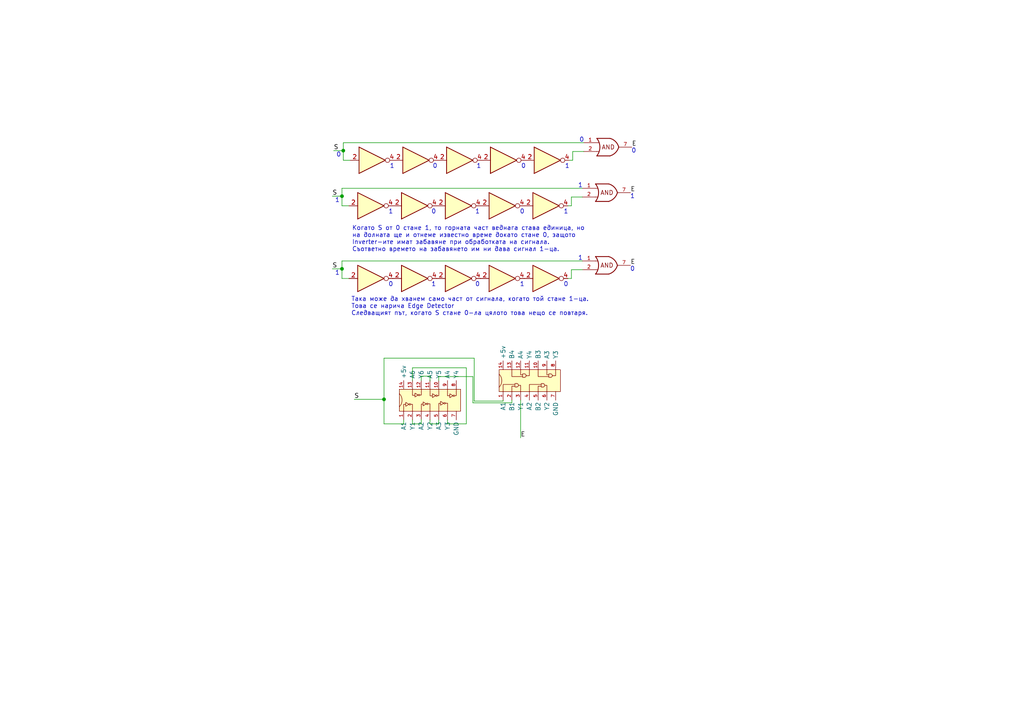
<source format=kicad_sch>
(kicad_sch (version 20211123) (generator eeschema)
  (paper "A4")
  (lib_symbols
    (symbol "74xGxx:74LVC1GU04DRL"
      (symbol "74LVC1GU04DRL_0_1"
        (rectangle (start -2.54 3.81) (end -2.54 -3.81) (stroke (width 0.254)) (fill (type background)))
        (polyline (pts (xy -2.54 -3.81) (xy 5.08 0) (xy -2.54 3.81)) (stroke (width 0.254)) (fill (type background)))
        (circle (center 5.715 0) (radius 0.635))
      )
      (symbol "74LVC1GU04DRL_1_1"
        (pin no_connect line (at 5.08 0 180) (length 2.54) hide (name "NC") (number "1"))
        (pin input line (at -5.08 0 0) (length 2.54) (name "~") (number "2"))
        (pin output line (at 7.62 0 180) (length 1.27) (name "~") (number "4"))
      )
    )
    (symbol "74xGxx:74LVC2G32" (pin_names (offset 1.016))
      (symbol "74LVC2G32_0_0"
        (text "AND" (at -0.508 0 0) (effects (font (size 1.27 1.27))))
      )
      (symbol "74LVC2G32_0_1"
        (arc (start -3.81 -2.54) (mid -2.919 0) (end -3.81 2.54) (stroke (width 0.254)))
        (arc (start 0 -2.54) (mid 1.5993 -1.6027) (end 2.54 0) (stroke (width 0.254)))
        (polyline (pts (xy -3.81 -1.27) (xy -3.175 -1.27)))
        (polyline (pts (xy -3.81 1.27) (xy -3.175 1.27)))
        (polyline (pts (xy 0 -2.54) (xy -3.81 -2.54)) (stroke (width 0.254)) (fill (type background)))
        (polyline (pts (xy 0 2.54) (xy -3.81 2.54)) (stroke (width 0.254)) (fill (type background)))
        (arc (start 2.54 0) (mid 1.6119 1.6152) (end 0 2.54) (stroke (width 0.254)))
        (pin power_in line (at 0 -2.54 270) (length 0) hide (name "GND") (number "4"))
        (pin power_in line (at 0 2.54 90) (length 0) hide (name "VCC") (number "8"))
      )
      (symbol "74LVC2G32_1_1"
        (pin input line (at -7.62 1.27 0) (length 3.81) (name "~") (number "1"))
        (pin input line (at -7.62 -1.27 0) (length 3.81) (name "~") (number "2"))
        (pin output line (at 6.35 0 180) (length 3.81) (name "~") (number "7"))
      )
      (symbol "74LVC2G32_2_1"
        (pin output line (at 6.35 0 180) (length 3.81) (name "~") (number "3"))
        (pin input line (at -7.62 1.27 0) (length 3.81) (name "~") (number "5"))
        (pin input line (at -7.62 -1.27 0) (length 3.81) (name "~") (number "6"))
      )
    )
    (symbol "Gosheto:74LS04_(INVERTER)"
      (property "Reference" "U" (at 0 1.5748 0))
      (property "Value" "74LS04_(INVERTER)" (at 0 -0.0508 0))
      (symbol "74LS04_(INVERTER)_0_1"
        (arc (start -9.0171 -13.081) (mid -8.228 -11.176) (end -9.0171 -9.271))
        (rectangle (start -9.0171 -8.001) (end 8.7629 -14.351) (fill (type background)))
        (circle (center -5.969 -12.3698) (radius 0.2185))
        (circle (center -3.302 -9.6774) (radius 0.2185))
        (circle (center -0.9398 -12.2428) (radius 0.2185))
        (polyline (pts (xy -7.747 -14.3256) (xy -7.747 -12.3698) (xy -7.1882 -12.3698)))
        (polyline (pts (xy -7.7471 -14.097) (xy -7.7471 -14.351) (xy -7.7471 -14.859)))
        (polyline (pts (xy -5.207 -14.3256) (xy -5.207 -12.3698) (xy -5.6896 -12.3698)))
        (polyline (pts (xy -5.207 -7.9756) (xy -5.207 -9.7536) (xy -4.5212 -9.7536)))
        (polyline (pts (xy -2.6416 -14.351) (xy -2.6416 -12.2936) (xy -2.159 -12.2936)))
        (polyline (pts (xy -2.6416 -7.9756) (xy -2.6416 -9.6774) (xy -2.9718 -9.6774)))
        (polyline (pts (xy -0.127 -14.3764) (xy -0.127 -12.2174) (xy -0.6604 -12.2174)))
        (polyline (pts (xy -0.1016 -7.9502) (xy -0.1016 -9.906) (xy 0.5588 -9.906)))
        (polyline (pts (xy 2.4384 -14.3256) (xy 2.4384 -12.0904) (xy 2.8956 -12.0904)))
        (polyline (pts (xy 2.4384 -7.9756) (xy 2.4384 -9.8552) (xy 2.0828 -9.8552)))
        (polyline (pts (xy 4.953 -8.001) (xy 4.953 -9.8806) (xy 5.6134 -9.8806)))
        (polyline (pts (xy 4.9784 -14.351) (xy 4.9784 -12.0396) (xy 4.3942 -12.0396)))
        (polyline (pts (xy 7.493 -7.9756) (xy 7.493 -9.8552) (xy 7.112 -9.8552)))
        (polyline (pts (xy -7.1628 -11.8364) (xy -7.1628 -12.9286) (xy -6.2484 -12.3698) (xy -7.0866 -11.8364) (xy -7.0866 -11.8872)))
        (polyline (pts (xy -4.4958 -9.144) (xy -4.4958 -10.2362) (xy -3.5814 -9.6774) (xy -4.4196 -9.144) (xy -4.4196 -9.1948)))
        (polyline (pts (xy -2.1336 -11.7094) (xy -2.1336 -12.8016) (xy -1.2192 -12.2428) (xy -2.0574 -11.7094) (xy -2.0574 -11.7602)))
        (polyline (pts (xy 0.5842 -9.3218) (xy 0.5842 -10.414) (xy 1.4986 -9.8552) (xy 0.6604 -9.3218) (xy 0.6604 -9.3726)))
        (polyline (pts (xy 2.921 -11.5316) (xy 2.921 -12.6238) (xy 3.8354 -12.065) (xy 2.9972 -11.5316) (xy 2.9972 -11.5824)))
        (polyline (pts (xy 5.6134 -9.3472) (xy 5.6134 -10.4394) (xy 6.5278 -9.8806) (xy 5.6896 -9.3472) (xy 5.6896 -9.398)))
        (circle (center 1.778 -9.8552) (radius 0.2185))
        (circle (center 4.1148 -12.065) (radius 0.2185))
        (circle (center 6.8072 -9.8806) (radius 0.2185))
      )
      (symbol "74LS04_(INVERTER)_1_1"
        (pin input line (at -7.7471 -14.351 270) (length 2.54) (name "A1") (number "1"))
        (pin output line (at 2.4129 -8.001 90) (length 2.54) (name "Y5") (number "10"))
        (pin input line (at -0.1271 -8.001 90) (length 2.54) (name "A5") (number "11"))
        (pin output line (at -2.6671 -8.001 90) (length 2.54) (name "Y6") (number "12"))
        (pin input line (at -5.2071 -8.001 90) (length 2.54) (name "A6") (number "13"))
        (pin input line (at -7.7471 -8.001 90) (length 2.54) (name "+5v") (number "14"))
        (pin output line (at -5.2071 -14.351 270) (length 2.54) (name "Y1") (number "2"))
        (pin input line (at -2.6671 -14.351 270) (length 2.54) (name "A2") (number "3"))
        (pin output line (at -0.1271 -14.351 270) (length 2.54) (name "Y2") (number "4"))
        (pin input line (at 2.4129 -14.351 270) (length 2.54) (name "A3") (number "5"))
        (pin output line (at 4.9529 -14.351 270) (length 2.54) (name "Y3") (number "6"))
        (pin input line (at 7.4929 -14.351 270) (length 2.54) (name "GND") (number "7"))
        (pin output line (at 7.4929 -8.001 90) (length 2.54) (name "Y4") (number "8"))
        (pin input line (at 4.9529 -8.001 90) (length 2.54) (name "A4") (number "9"))
      )
    )
    (symbol "Gosheto:74LS08_(AND)"
      (property "Reference" "U" (at 0.0254 1.778 0))
      (property "Value" "74LS08_(AND)" (at 0 0 0))
      (symbol "74LS08_(AND)_0_1"
        (arc (start -8.5345 -13.0048) (mid -7.7454 -11.0998) (end -8.5345 -9.1948))
        (rectangle (start -8.5345 -7.9248) (end 9.2455 -14.2748) (fill (type background)))
        (arc (start -3.429 -12.9286) (mid -3.0698 -12.7798) (end -2.921 -12.4206))
        (arc (start -2.921 -12.4206) (mid -3.0698 -12.0614) (end -3.429 -11.9126))
        (arc (start -1.1938 -10.1346) (mid -0.8346 -9.9858) (end -0.6858 -9.6266))
        (arc (start -0.6858 -9.6266) (mid -0.8346 -9.2674) (end -1.1938 -9.1186))
        (polyline (pts (xy 7.112 -9.652) (xy 6.858 -9.652)))
        (polyline (pts (xy -7.366 -14.224) (xy -7.366 -12.192) (xy -4.064 -12.192)))
        (polyline (pts (xy -4.826 -14.224) (xy -4.826 -12.7) (xy -4.064 -12.7)))
        (polyline (pts (xy -4.826 -7.874) (xy -4.826 -9.906) (xy -1.778 -9.906)))
        (polyline (pts (xy -2.286 -14.224) (xy -2.286 -12.446) (xy -2.794 -12.446)))
        (polyline (pts (xy -2.286 -7.874) (xy -2.286 -9.398) (xy -1.778 -9.398)))
        (polyline (pts (xy 0.254 -14.224) (xy 0.254 -12.192) (xy 3.556 -12.192)))
        (polyline (pts (xy 2.794 -14.224) (xy 2.794 -12.7) (xy 3.556 -12.7)))
        (polyline (pts (xy 2.794 -7.874) (xy 2.794 -9.906) (xy 5.842 -9.906)))
        (polyline (pts (xy 5.334 -14.224) (xy 5.334 -12.446) (xy 4.826 -12.446)))
        (polyline (pts (xy 5.334 -7.874) (xy 5.334 -9.398) (xy 5.842 -9.398)))
        (polyline (pts (xy 7.874 -7.874) (xy 7.874 -9.652) (xy 7.112 -9.652)))
        (polyline (pts (xy -3.429 -12.9286) (xy -3.937 -12.9286) (xy -3.937 -11.9126) (xy -3.429 -11.9126)))
        (polyline (pts (xy -1.1938 -10.1346) (xy -1.7018 -10.1346) (xy -1.7018 -9.1186) (xy -1.1938 -9.1186)))
        (polyline (pts (xy 4.191 -12.954) (xy 3.683 -12.954) (xy 3.683 -11.938) (xy 4.191 -11.938)))
        (polyline (pts (xy 6.4008 -10.1346) (xy 5.8928 -10.1346) (xy 5.8928 -9.1186) (xy 6.4008 -9.1186)))
        (polyline (pts (xy 0.254 -7.874) (xy 0.254 -9.652) (xy -0.508 -9.652) (xy -0.762 -9.652) (xy -0.508 -9.652)))
        (arc (start 4.191 -12.954) (mid 4.5502 -12.8052) (end 4.699 -12.446))
        (arc (start 4.699 -12.446) (mid 4.5502 -12.0868) (end 4.191 -11.938))
        (arc (start 6.4008 -10.1346) (mid 6.76 -9.9858) (end 6.9088 -9.6266))
        (arc (start 6.9088 -9.6266) (mid 6.76 -9.2674) (end 6.4008 -9.1186))
      )
      (symbol "74LS08_(AND)_1_1"
        (pin input line (at -7.366 -14.224 270) (length 2.54) (name "A1") (number "1"))
        (pin input line (at 2.794 -7.874 90) (length 2.54) (name "B3") (number "10"))
        (pin output line (at 0.254 -7.874 90) (length 2.54) (name "Y4") (number "11"))
        (pin input line (at -2.286 -7.874 90) (length 2.54) (name "A4") (number "12"))
        (pin input line (at -4.826 -7.874 90) (length 2.54) (name "B4") (number "13"))
        (pin input line (at -7.366 -7.874 90) (length 2.54) (name "+5v") (number "14"))
        (pin input line (at -4.826 -14.224 270) (length 2.54) (name "B1") (number "2"))
        (pin output line (at -2.286 -14.224 270) (length 2.54) (name "Y1") (number "3"))
        (pin input line (at 0.254 -14.224 270) (length 2.54) (name "A2") (number "4"))
        (pin input line (at 2.794 -14.224 270) (length 2.54) (name "B2") (number "5"))
        (pin output line (at 5.334 -14.224 270) (length 2.54) (name "Y2") (number "6"))
        (pin input line (at 7.874 -14.224 270) (length 2.54) (name "GND") (number "7"))
        (pin output line (at 7.874 -7.874 90) (length 2.54) (name "Y3") (number "8"))
        (pin input line (at 5.334 -7.874 90) (length 2.54) (name "A3") (number "9"))
      )
    )
  )
  (junction (at 111.3791 115.824))
  (junction (at 99.568 43.688))
  (junction (at 99.187 56.896))
  (junction (at 99.187 77.978))
  (wire (pts (xy 96.393 56.896) (xy 99.187 56.896)))
  (wire (pts (xy 99.187 54.61) (xy 99.187 56.896)))
  (wire (pts (xy 99.187 80.772) (xy 101.219 80.772)))
  (wire (pts (xy 148.4631 116.078) (xy 148.4631 116.84)))
  (wire (pts (xy 129.7941 122.936) (xy 135.2551 122.936)))
  (wire (pts (xy 164.719 80.772) (xy 165.735 80.772)))
  (wire (pts (xy 119.6341 106.68) (xy 119.6341 110.363)))
  (wire (pts (xy 135.2551 106.68) (xy 119.6341 106.68)))
  (wire (pts (xy 111.3791 122.936) (xy 111.3791 115.824)))
  (wire (pts (xy 145.9231 116.332) (xy 137.5411 116.332)))
  (wire (pts (xy 117.0941 121.793) (xy 117.0941 122.936)))
  (wire (pts (xy 119.6341 121.793) (xy 119.6341 122.936)))
  (wire (pts (xy 99.187 56.896) (xy 99.187 59.69)))
  (wire (pts (xy 99.187 75.692) (xy 99.187 77.978)))
  (wire (pts (xy 166.116 46.482) (xy 166.116 43.942)))
  (wire (pts (xy 135.2551 122.936) (xy 135.2551 106.68)))
  (wire (pts (xy 99.568 43.688) (xy 99.568 46.482)))
  (wire (pts (xy 119.6341 122.936) (xy 122.1741 122.936)))
  (wire (pts (xy 99.568 46.482) (xy 101.6 46.482)))
  (wire (pts (xy 164.719 59.69) (xy 165.735 59.69)))
  (wire (pts (xy 169.291 41.402) (xy 99.568 41.402)))
  (wire (pts (xy 117.0941 122.936) (xy 111.3791 122.936)))
  (wire (pts (xy 137.1601 116.84) (xy 148.4631 116.84)))
  (wire (pts (xy 111.3791 103.886) (xy 111.3791 115.824)))
  (wire (pts (xy 127.2541 121.793) (xy 127.2541 122.936)))
  (wire (pts (xy 168.91 54.61) (xy 99.187 54.61)))
  (wire (pts (xy 168.91 75.692) (xy 99.187 75.692)))
  (wire (pts (xy 124.7141 109.093) (xy 124.7141 110.49)))
  (wire (pts (xy 165.735 57.15) (xy 168.91 57.15)))
  (wire (pts (xy 99.568 41.402) (xy 99.568 43.688)))
  (wire (pts (xy 127.2541 110.363) (xy 127.2541 109.22)))
  (wire (pts (xy 99.187 59.69) (xy 101.219 59.69)))
  (wire (pts (xy 137.1601 109.22) (xy 137.1601 116.84)))
  (wire (pts (xy 124.7141 122.936) (xy 127.2541 122.936)))
  (wire (pts (xy 165.1 46.482) (xy 166.116 46.482)))
  (wire (pts (xy 124.7141 121.793) (xy 124.7141 122.936)))
  (wire (pts (xy 122.1741 110.363) (xy 122.1741 109.093)))
  (wire (pts (xy 137.5411 116.332) (xy 137.5411 103.886)))
  (wire (pts (xy 166.116 43.942) (xy 169.291 43.942)))
  (wire (pts (xy 145.9231 116.078) (xy 145.9231 116.332)))
  (wire (pts (xy 151.0031 116.078) (xy 151.0031 127)))
  (wire (pts (xy 165.735 80.772) (xy 165.735 78.232)))
  (wire (pts (xy 137.5411 103.886) (xy 111.3791 103.886)))
  (wire (pts (xy 127.2541 109.22) (xy 137.1601 109.22)))
  (wire (pts (xy 99.187 77.978) (xy 99.187 80.772)))
  (wire (pts (xy 96.774 43.688) (xy 99.568 43.688)))
  (wire (pts (xy 122.1741 121.666) (xy 122.1741 122.936)))
  (wire (pts (xy 129.7941 121.793) (xy 129.7941 122.936)))
  (wire (pts (xy 96.393 77.978) (xy 99.187 77.978)))
  (wire (pts (xy 122.1741 109.093) (xy 124.7141 109.093)))
  (wire (pts (xy 165.735 78.232) (xy 168.91 78.232)))
  (wire (pts (xy 102.7431 115.824) (xy 111.3791 115.824)))
  (wire (pts (xy 165.735 59.69) (xy 165.735 57.15)))
  (text "0" (at 163.449 83.312 0) (effects (font (size 1.27 1.27)) (justify left bottom)))
  (text "0" (at 168.021 41.402 0) (effects (font (size 1.27 1.27)) (justify left bottom)))
  (text "0" (at 151.13 49.022 0) (effects (font (size 1.27 1.27)) (justify left bottom)))
  (text "1" (at 167.64 54.61 0) (effects (font (size 1.27 1.27)) (justify left bottom)))
  (text "0" (at 97.536 45.72 0) (effects (font (size 1.27 1.27)) (justify left bottom)))
  (text "1" (at 137.795 62.23 0) (effects (font (size 1.27 1.27)) (justify left bottom)))
  (text "0" (at 182.753 78.867 0) (effects (font (size 1.27 1.27)) (justify left bottom)))
  (text "Така може да хванем само част от сигнала, когато той стане 1-ца.\nТова се нарича Edge Detector\nСледващият път, когато S стане 0-ла цялото това нещо се повтаря." (at 101.854 91.694 0) (effects (font (size 1.27 1.27)) (justify left bottom)))
  (text "0" (at 125.476 49.022 0) (effects (font (size 1.27 1.27)) (justify left bottom)))
  (text "0" (at 112.649 83.312 0) (effects (font (size 1.27 1.27)) (justify left bottom)))
  (text "1" (at 167.64 75.692 0) (effects (font (size 1.27 1.27)) (justify left bottom)))
  (text "1" (at 163.449 62.23 0) (effects (font (size 1.27 1.27)) (justify left bottom)))
  (text "Когато S от 0 стане 1, то горната част веднага става единица, но\nна долната ще и отнеме известно време докато стане 0, защото \nInverter-ите имат забавяне при обработката на сигнала.\nСъответно времето на забавянето им ни дава сигнал 1-ца." (at 102.108 73.152 0) (effects (font (size 1.27 1.27)) (justify left bottom)))
  (text "0" (at 125.095 62.23 0) (effects (font (size 1.27 1.27)) (justify left bottom)))
  (text "1" (at 112.649 62.23 0) (effects (font (size 1.27 1.27)) (justify left bottom)))
  (text "0" (at 137.795 83.312 0) (effects (font (size 1.27 1.27)) (justify left bottom)))
  (text "1" (at 125.095 83.312 0) (effects (font (size 1.27 1.27)) (justify left bottom)))
  (text "1" (at 113.03 49.022 0) (effects (font (size 1.27 1.27)) (justify left bottom)))
  (text "1" (at 182.753 57.785 0) (effects (font (size 1.27 1.27)) (justify left bottom)))
  (text "1" (at 97.155 58.928 0) (effects (font (size 1.27 1.27)) (justify left bottom)))
  (text "1" (at 163.83 49.022 0) (effects (font (size 1.27 1.27)) (justify left bottom)))
  (text "1" (at 150.749 83.312 0) (effects (font (size 1.27 1.27)) (justify left bottom)))
  (text "0" (at 150.749 62.23 0) (effects (font (size 1.27 1.27)) (justify left bottom)))
  (text "1" (at 97.155 80.01 0) (effects (font (size 1.27 1.27)) (justify left bottom)))
  (text "0" (at 183.134 44.577 0) (effects (font (size 1.27 1.27)) (justify left bottom)))
  (text "1" (at 138.176 49.022 0) (effects (font (size 1.27 1.27)) (justify left bottom)))
  (label "E" (at 182.88 55.88 0))
  (label "S" (at 96.393 56.896 0))
  (label "S" (at 96.774 43.688 0))
  (label "S" (at 102.7431 115.824 0))
  (label "E" (at 151.0031 127 0))
  (label "E" (at 182.88 76.962 0))
  (label "E" (at 183.261 42.672 0))
  (label "S" (at 96.393 77.978 0))
  (symbol (lib_id "74xGxx:74LVC2G32") (at 176.53 76.962 0) (unit 1)
    (property "Reference" "U?" (effects hide))
    (property "Value" "74LVC2G32" (effects hide))
    (property "Datasheet" "http://www.ti.com/lit/sg/scyt129e/scyt129e.pdf" (effects hide))
  )
  (symbol (lib_id "74xGxx:74LVC1GU04DRL") (at 119.38 46.482 0) (unit 1)
    (property "Reference" "U?" (effects hide))
    (property "Value" "74LVC1GU04DRL" (effects hide))
    (property "Footprint" "Package_TO_SOT_SMD:SOT-553" (effects hide))
    (property "Datasheet" "http://www.ti.com/lit/ds/symlink/sn74lvc1gu04.pdf" (effects hide))
  )
  (symbol (lib_id "Gosheto:74LS08_(AND)") (at 153.2891 99.314 0) (unit 1)
    (property "Reference" "U?" (effects hide))
    (property "Value" "74LS08_(AND)" (effects hide))
  )
  (symbol (lib_id "74xGxx:74LVC1GU04DRL") (at 157.099 80.772 0) (unit 1)
    (property "Reference" "U?" (effects hide))
    (property "Value" "74LVC1GU04DRL" (effects hide))
    (property "Footprint" "Package_TO_SOT_SMD:SOT-553" (effects hide))
    (property "Datasheet" "http://www.ti.com/lit/ds/symlink/sn74lvc1gu04.pdf" (effects hide))
  )
  (symbol (lib_id "74xGxx:74LVC1GU04DRL") (at 144.399 80.772 0) (unit 1)
    (property "Reference" "U?" (effects hide))
    (property "Value" "74LVC1GU04DRL" (effects hide))
    (property "Footprint" "Package_TO_SOT_SMD:SOT-553" (effects hide))
    (property "Datasheet" "http://www.ti.com/lit/ds/symlink/sn74lvc1gu04.pdf" (effects hide))
  )
  (symbol (lib_id "74xGxx:74LVC1GU04DRL") (at 106.299 59.69 0) (unit 1)
    (property "Reference" "U?" (effects hide))
    (property "Value" "74LVC1GU04DRL" (effects hide))
    (property "Footprint" "Package_TO_SOT_SMD:SOT-553" (effects hide))
    (property "Datasheet" "http://www.ti.com/lit/ds/symlink/sn74lvc1gu04.pdf" (effects hide))
  )
  (symbol (lib_id "74xGxx:74LVC2G32") (at 176.911 42.672 0) (unit 1)
    (property "Reference" "U?" (effects hide))
    (property "Value" "74LVC2G32" (effects hide))
    (property "Datasheet" "http://www.ti.com/lit/sg/scyt129e/scyt129e.pdf" (effects hide))
  )
  (symbol (lib_id "74xGxx:74LVC1GU04DRL") (at 106.68 46.482 0) (unit 1)
    (property "Reference" "U?" (effects hide))
    (property "Value" "74LVC1GU04DRL" (effects hide))
    (property "Footprint" "Package_TO_SOT_SMD:SOT-553" (effects hide))
    (property "Datasheet" "http://www.ti.com/lit/ds/symlink/sn74lvc1gu04.pdf" (effects hide))
  )
  (symbol (lib_id "74xGxx:74LVC1GU04DRL") (at 157.099 59.69 0) (unit 1)
    (property "Reference" "U?" (effects hide))
    (property "Value" "74LVC1GU04DRL" (effects hide))
    (property "Footprint" "Package_TO_SOT_SMD:SOT-553" (effects hide))
    (property "Datasheet" "http://www.ti.com/lit/ds/symlink/sn74lvc1gu04.pdf" (effects hide))
  )
  (symbol (lib_id "74xGxx:74LVC1GU04DRL") (at 118.999 59.69 0) (unit 1)
    (property "Reference" "U?" (effects hide))
    (property "Value" "74LVC1GU04DRL" (effects hide))
    (property "Footprint" "Package_TO_SOT_SMD:SOT-553" (effects hide))
    (property "Datasheet" "http://www.ti.com/lit/ds/symlink/sn74lvc1gu04.pdf" (effects hide))
  )
  (symbol (lib_id "74xGxx:74LVC1GU04DRL") (at 131.699 80.772 0) (unit 1)
    (property "Reference" "U?" (effects hide))
    (property "Value" "74LVC1GU04DRL" (effects hide))
    (property "Footprint" "Package_TO_SOT_SMD:SOT-553" (effects hide))
    (property "Datasheet" "http://www.ti.com/lit/ds/symlink/sn74lvc1gu04.pdf" (effects hide))
  )
  (symbol (lib_id "74xGxx:74LVC1GU04DRL") (at 132.08 46.482 0) (unit 1)
    (property "Reference" "U?" (effects hide))
    (property "Value" "74LVC1GU04DRL" (effects hide))
    (property "Footprint" "Package_TO_SOT_SMD:SOT-553" (effects hide))
    (property "Datasheet" "http://www.ti.com/lit/ds/symlink/sn74lvc1gu04.pdf" (effects hide))
  )
  (symbol (lib_id "74xGxx:74LVC1GU04DRL") (at 106.299 80.772 0) (unit 1)
    (property "Reference" "U?" (effects hide))
    (property "Value" "74LVC1GU04DRL" (effects hide))
    (property "Footprint" "Package_TO_SOT_SMD:SOT-553" (effects hide))
    (property "Datasheet" "http://www.ti.com/lit/ds/symlink/sn74lvc1gu04.pdf" (effects hide))
  )
  (symbol (lib_id "74xGxx:74LVC1GU04DRL") (at 157.48 46.482 0) (unit 1)
    (property "Reference" "U?" (effects hide))
    (property "Value" "74LVC1GU04DRL" (effects hide))
    (property "Footprint" "Package_TO_SOT_SMD:SOT-553" (effects hide))
    (property "Datasheet" "http://www.ti.com/lit/ds/symlink/sn74lvc1gu04.pdf" (effects hide))
  )
  (symbol (lib_id "Gosheto:74LS04_(INVERTER)") (at 124.8411 104.902 0) (unit 1)
    (property "Reference" "U?" (effects hide))
    (property "Value" "74LS04_(INVERTER)" (effects hide))
  )
  (symbol (lib_id "74xGxx:74LVC1GU04DRL") (at 144.78 46.482 0) (unit 1)
    (property "Reference" "U?" (effects hide))
    (property "Value" "74LVC1GU04DRL" (effects hide))
    (property "Footprint" "Package_TO_SOT_SMD:SOT-553" (effects hide))
    (property "Datasheet" "http://www.ti.com/lit/ds/symlink/sn74lvc1gu04.pdf" (effects hide))
  )
  (symbol (lib_id "74xGxx:74LVC1GU04DRL") (at 118.999 80.772 0) (unit 1)
    (property "Reference" "U?" (effects hide))
    (property "Value" "74LVC1GU04DRL" (effects hide))
    (property "Footprint" "Package_TO_SOT_SMD:SOT-553" (effects hide))
    (property "Datasheet" "http://www.ti.com/lit/ds/symlink/sn74lvc1gu04.pdf" (effects hide))
  )
  (symbol (lib_id "74xGxx:74LVC2G32") (at 176.53 55.88 0) (unit 1)
    (property "Reference" "U?" (effects hide))
    (property "Value" "74LVC2G32" (effects hide))
    (property "Datasheet" "http://www.ti.com/lit/sg/scyt129e/scyt129e.pdf" (effects hide))
  )
  (symbol (lib_id "74xGxx:74LVC1GU04DRL") (at 131.699 59.69 0) (unit 1)
    (property "Reference" "U?" (effects hide))
    (property "Value" "74LVC1GU04DRL" (effects hide))
    (property "Footprint" "Package_TO_SOT_SMD:SOT-553" (effects hide))
    (property "Datasheet" "http://www.ti.com/lit/ds/symlink/sn74lvc1gu04.pdf" (effects hide))
  )
  (symbol (lib_id "74xGxx:74LVC1GU04DRL") (at 144.399 59.69 0) (unit 1)
    (property "Reference" "U?" (effects hide))
    (property "Value" "74LVC1GU04DRL" (effects hide))
    (property "Footprint" "Package_TO_SOT_SMD:SOT-553" (effects hide))
    (property "Datasheet" "http://www.ti.com/lit/ds/symlink/sn74lvc1gu04.pdf" (effects hide))
  )
)
</source>
